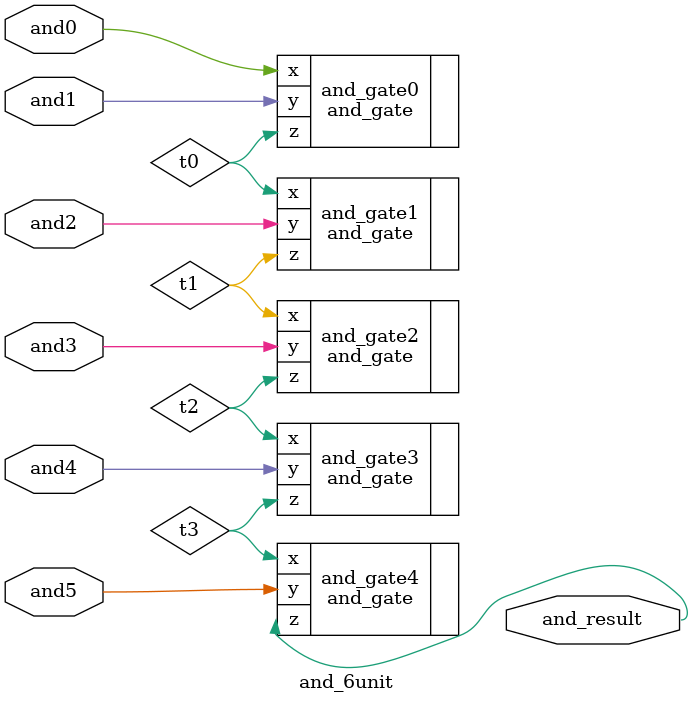
<source format=v>
`timescale 1ns/1ps
module and_6unit(
//input
and0,
and1,
and2,
and3,
and4,
and5,
//output
and_result
);
input and0;
input and1;
input and2;
input and3;
input and4;
input and5;
output and_result;
wire t0;
wire t1;
wire t2;
wire t3;
and_gate and_gate0(
.x(and0),
.y(and1),
.z(t0)
);

and_gate and_gate1(
.x(t0),
.y(and2),
.z(t1)
);

and_gate and_gate2(
.x(t1),
.y(and3),
.z(t2)
);
and_gate and_gate3(
.x(t2),
.y(and4),
.z(t3)
);
and_gate and_gate4(
.x(t3),
.y(and5),
.z(and_result)
);
endmodule
</source>
